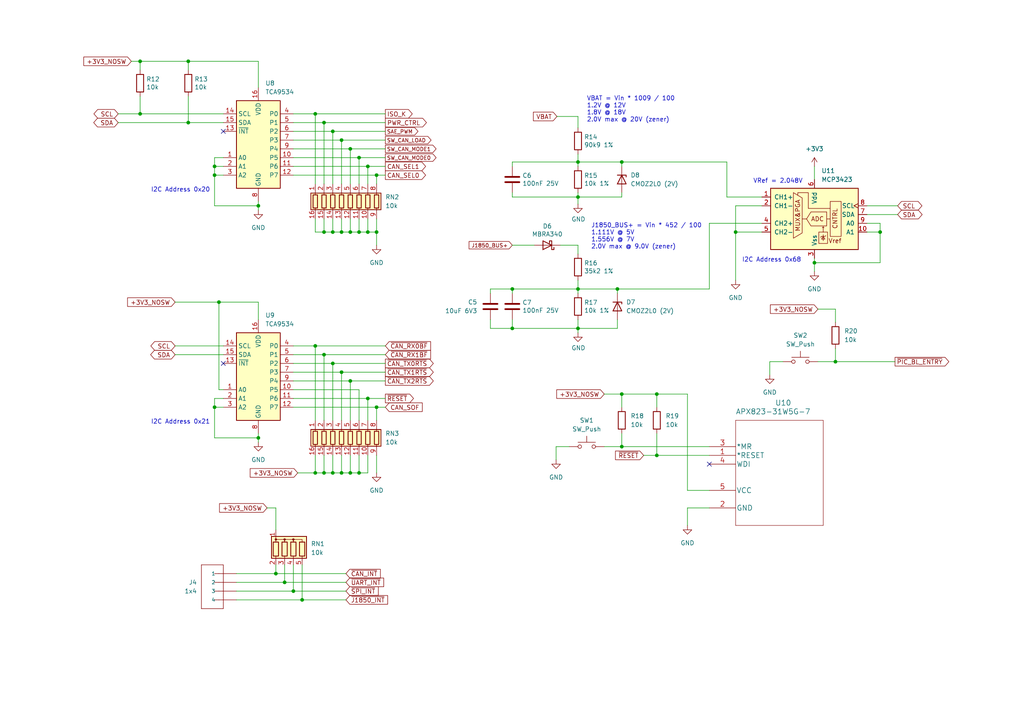
<source format=kicad_sch>
(kicad_sch (version 20211123) (generator eeschema)
  (paper "A4")
  (title_block (title "QWIIC OBDII Interface") (date "2023-01-03"))
  (lib_symbols
    (symbol "Analog_ADC:MCP3423" (pin_names (offset 1.016))
      (property "Reference" "U" (at -2.54 11.43 0))
      (property "Value" "MCP3423" (at -2.54 8.89 0))
      (symbol "MCP3423_0_0"
        (polyline (pts (xy -6.096 6.35) (xy -3.556 4.826) (xy -3.556 -5.334) (xy -6.096 -6.858) (xy -6.096 6.35)))
        (polyline (pts (xy 4.572 1.778) (xy -1.778 1.778) (xy -1.778 6.35) (xy -4.826 6.35) (xy -4.826 5.588)))
        (polyline (pts (xy 3.556 0.762) (xy 3.556 -3.302) (xy -1.016 -3.302) (xy -2.286 -1.27) (xy -1.016 0.762) (xy 3.556 0.762)))
        (text "ADC" (at 0.889 -1.27 0) (effects (font (size 1.27 1.27))))
        (text "CNTRL" (at 6.731 -4.191 900) (effects (font (size 1.27 1.27)) (justify left bottom)))
        (text "MUX&PGA" (at -4.826 -0.254 900) (effects (font (size 1.27 1.27))))
        (text "Vref" (at 5.969 -7.62 0) (effects (font (size 1.27 1.27))))
      )
      (symbol "MCP3423_0_1"
        (polyline (pts (xy -3.556 -1.27) (xy -2.286 -1.27)))
        (polyline (pts (xy 2.032 -6.35) (xy 1.778 -6.604)))
        (polyline (pts (xy 2.54 -5.842) (xy 2.54 -7.62)))
        (polyline (pts (xy 2.54 -3.556) (xy 2.794 -3.81)))
        (polyline (pts (xy 3.556 -1.27) (xy 4.572 -1.27)))
        (polyline (pts (xy 2.032 -6.35) (xy 3.048 -6.35) (xy 3.302 -6.096)))
        (polyline (pts (xy 2.54 -5.08) (xy 2.54 -3.556) (xy 2.286 -3.81)))
        (polyline (pts (xy 2.54 -6.35) (xy 2.032 -7.112) (xy 3.048 -7.112) (xy 2.54 -6.35)))
        (rectangle (start 1.27 -5.08) (end 3.81 -8.382))
        (rectangle (start 4.572 -6.35) (end 7.747 3.81))
        (rectangle (start 12.7 7.62) (end -12.7 -10.16) (stroke (width 0.254)) (fill (type background)))
      )
      (symbol "MCP3423_1_1"
        (pin input line (at -15.24 5.08 0) (length 2.54) (name "CH1+") (number "1"))
        (pin input line (at 15.24 -5.08 180) (length 2.54) (name "A1") (number "10"))
        (pin input line (at -15.24 2.54 0) (length 2.54) (name "CH1-") (number "2"))
        (pin power_in line (at 0 -12.7 90) (length 2.54) (name "Vss") (number "3"))
        (pin input line (at -15.24 -2.54 0) (length 2.54) (name "CH2+") (number "4"))
        (pin input line (at -15.24 -5.08 0) (length 2.54) (name "CH2-") (number "5"))
        (pin power_in line (at 0 10.16 270) (length 2.54) (name "Vdd") (number "6"))
        (pin bidirectional line (at 15.24 0 180) (length 2.54) (name "SDA") (number "7"))
        (pin input clock (at 15.24 2.54 180) (length 2.54) (name "SCL") (number "8"))
        (pin input line (at 15.24 -2.54 180) (length 2.54) (name "A0") (number "9"))
      )
    )
    (symbol "Device:C" (pin_numbers hide) (pin_names (offset 0.254))
      (property "Reference" "C" (at 0.635 2.54 0))
      (property "Value" "C" (at 0.635 -2.54 0))
      (symbol "C_0_1"
        (polyline (pts (xy -2.032 -0.762) (xy 2.032 -0.762)) (stroke (width 0.508)))
        (polyline (pts (xy -2.032 0.762) (xy 2.032 0.762)) (stroke (width 0.508)))
      )
      (symbol "C_1_1"
        (pin passive line (at 0 3.81 270) (length 2.794) (name "~") (number "1"))
        (pin passive line (at 0 -3.81 90) (length 2.794) (name "~") (number "2"))
      )
    )
    (symbol "Device:D_Zener" (pin_numbers hide) (pin_names (offset 1.016) hide)
      (property "Reference" "D" (at 0 2.54 0))
      (property "Value" "D_Zener" (at 0 -2.54 0))
      (symbol "D_Zener_0_1"
        (polyline (pts (xy 1.27 0) (xy -1.27 0)))
        (polyline (pts (xy -1.27 -1.27) (xy -1.27 1.27) (xy -0.762 1.27)) (stroke (width 0.254)))
        (polyline (pts (xy 1.27 -1.27) (xy 1.27 1.27) (xy -1.27 0) (xy 1.27 -1.27)) (stroke (width 0.254)))
      )
      (symbol "D_Zener_1_1"
        (pin passive line (at -3.81 0 0) (length 2.54) (name "K") (number "1"))
        (pin passive line (at 3.81 0 180) (length 2.54) (name "A") (number "2"))
      )
    )
    (symbol "Device:R" (pin_numbers hide) (pin_names (offset 0))
      (property "Reference" "R" (at 2.032 0 90))
      (property "Value" "R" (at 0 0 90))
      (symbol "R_0_1"
        (rectangle (start -1.016 -2.54) (end 1.016 2.54) (stroke (width 0.254)))
      )
      (symbol "R_1_1"
        (pin passive line (at 0 3.81 270) (length 1.27) (name "~") (number "1"))
        (pin passive line (at 0 -3.81 90) (length 1.27) (name "~") (number "2"))
      )
    )
    (symbol "Device:R_Network04" (pin_names (offset 0) hide)
      (property "Reference" "RN" (at -7.62 0 90))
      (property "Value" "R_Network04" (at 5.08 0 90))
      (symbol "R_Network04_0_1"
        (rectangle (start -6.35 -3.175) (end 3.81 3.175) (stroke (width 0.254)) (fill (type background)))
        (rectangle (start -5.842 1.524) (end -4.318 -2.54) (stroke (width 0.254)))
        (circle (center -5.08 2.286) (radius 0.254) (fill (type outline)))
        (rectangle (start -3.302 1.524) (end -1.778 -2.54) (stroke (width 0.254)))
        (circle (center -2.54 2.286) (radius 0.254) (fill (type outline)))
        (rectangle (start -0.762 1.524) (end 0.762 -2.54) (stroke (width 0.254)))
        (polyline (pts (xy -5.08 -2.54) (xy -5.08 -3.81)))
        (polyline (pts (xy -2.54 -2.54) (xy -2.54 -3.81)))
        (polyline (pts (xy 0 -2.54) (xy 0 -3.81)))
        (polyline (pts (xy 2.54 -2.54) (xy 2.54 -3.81)))
        (polyline (pts (xy -5.08 1.524) (xy -5.08 2.286) (xy -2.54 2.286) (xy -2.54 1.524)))
        (polyline (pts (xy -2.54 1.524) (xy -2.54 2.286) (xy 0 2.286) (xy 0 1.524)))
        (polyline (pts (xy 0 1.524) (xy 0 2.286) (xy 2.54 2.286) (xy 2.54 1.524)))
        (circle (center 0 2.286) (radius 0.254) (fill (type outline)))
        (rectangle (start 1.778 1.524) (end 3.302 -2.54) (stroke (width 0.254)))
      )
      (symbol "R_Network04_1_1"
        (pin passive line (at -5.08 5.08 270) (length 2.54) (name "common") (number "1"))
        (pin passive line (at -5.08 -5.08 90) (length 1.27) (name "R1") (number "2"))
        (pin passive line (at -2.54 -5.08 90) (length 1.27) (name "R2") (number "3"))
        (pin passive line (at 0 -5.08 90) (length 1.27) (name "R3") (number "4"))
        (pin passive line (at 2.54 -5.08 90) (length 1.27) (name "R4") (number "5"))
      )
    )
    (symbol "Device:R_Pack08" (pin_names (offset 0) hide)
      (property "Reference" "RN" (at -12.7 0 90))
      (property "Value" "R_Pack08" (at 10.16 0 90))
      (symbol "R_Pack08_0_1"
        (rectangle (start -11.43 -2.413) (end 8.89 2.413) (stroke (width 0.254)) (fill (type background)))
        (rectangle (start -10.795 1.905) (end -9.525 -1.905) (stroke (width 0.254)))
        (rectangle (start -8.255 1.905) (end -6.985 -1.905) (stroke (width 0.254)))
        (rectangle (start -5.715 1.905) (end -4.445 -1.905) (stroke (width 0.254)))
        (rectangle (start -3.175 1.905) (end -1.905 -1.905) (stroke (width 0.254)))
        (rectangle (start -0.635 1.905) (end 0.635 -1.905) (stroke (width 0.254)))
        (polyline (pts (xy -10.16 -2.54) (xy -10.16 -1.905)))
        (polyline (pts (xy -10.16 1.905) (xy -10.16 2.54)))
        (polyline (pts (xy -7.62 -2.54) (xy -7.62 -1.905)))
        (polyline (pts (xy -7.62 1.905) (xy -7.62 2.54)))
        (polyline (pts (xy -5.08 -2.54) (xy -5.08 -1.905)))
        (polyline (pts (xy -5.08 1.905) (xy -5.08 2.54)))
        (polyline (pts (xy -2.54 -2.54) (xy -2.54 -1.905)))
        (polyline (pts (xy -2.54 1.905) (xy -2.54 2.54)))
        (polyline (pts (xy 0 -2.54) (xy 0 -1.905)))
        (polyline (pts (xy 0 1.905) (xy 0 2.54)))
        (polyline (pts (xy 2.54 -2.54) (xy 2.54 -1.905)))
        (polyline (pts (xy 2.54 1.905) (xy 2.54 2.54)))
        (polyline (pts (xy 5.08 -2.54) (xy 5.08 -1.905)))
        (polyline (pts (xy 5.08 1.905) (xy 5.08 2.54)))
        (polyline (pts (xy 7.62 -2.54) (xy 7.62 -1.905)))
        (polyline (pts (xy 7.62 1.905) (xy 7.62 2.54)))
        (rectangle (start 1.905 1.905) (end 3.175 -1.905) (stroke (width 0.254)))
        (rectangle (start 4.445 1.905) (end 5.715 -1.905) (stroke (width 0.254)))
        (rectangle (start 6.985 1.905) (end 8.255 -1.905) (stroke (width 0.254)))
      )
      (symbol "R_Pack08_1_1"
        (pin passive line (at -10.16 -5.08 90) (length 2.54) (name "R1.1") (number "1"))
        (pin passive line (at 5.08 5.08 270) (length 2.54) (name "R7.2") (number "10"))
        (pin passive line (at 2.54 5.08 270) (length 2.54) (name "R6.2") (number "11"))
        (pin passive line (at 0 5.08 270) (length 2.54) (name "R5.2") (number "12"))
        (pin passive line (at -2.54 5.08 270) (length 2.54) (name "R4.2") (number "13"))
        (pin passive line (at -5.08 5.08 270) (length 2.54) (name "R3.2") (number "14"))
        (pin passive line (at -7.62 5.08 270) (length 2.54) (name "R2.2") (number "15"))
        (pin passive line (at -10.16 5.08 270) (length 2.54) (name "R1.2") (number "16"))
        (pin passive line (at -7.62 -5.08 90) (length 2.54) (name "R2.1") (number "2"))
        (pin passive line (at -5.08 -5.08 90) (length 2.54) (name "R3.1") (number "3"))
        (pin passive line (at -2.54 -5.08 90) (length 2.54) (name "R4.1") (number "4"))
        (pin passive line (at 0 -5.08 90) (length 2.54) (name "R5.1") (number "5"))
        (pin passive line (at 2.54 -5.08 90) (length 2.54) (name "R6.1") (number "6"))
        (pin passive line (at 5.08 -5.08 90) (length 2.54) (name "R7.1") (number "7"))
        (pin passive line (at 7.62 -5.08 90) (length 2.54) (name "R8.1") (number "8"))
        (pin passive line (at 7.62 5.08 270) (length 2.54) (name "R8.2") (number "9"))
      )
    )
    (symbol "Diode:MBRA340" (pin_numbers hide) (pin_names hide)
      (property "Reference" "D" (at 0 2.54 0))
      (property "Value" "MBRA340" (at 0 -2.54 0))
      (symbol "MBRA340_0_1"
        (polyline (pts (xy 1.27 0) (xy -1.27 0)))
        (polyline (pts (xy 1.27 1.27) (xy 1.27 -1.27) (xy -1.27 0) (xy 1.27 1.27)) (stroke (width 0.254)))
        (polyline (pts (xy -1.905 0.635) (xy -1.905 1.27) (xy -1.27 1.27) (xy -1.27 -1.27) (xy -0.635 -1.27) (xy -0.635 -0.635)) (stroke (width 0.254)))
      )
      (symbol "MBRA340_1_1"
        (pin passive line (at -3.81 0 0) (length 2.54) (name "K") (number "1"))
        (pin passive line (at 3.81 0 180) (length 2.54) (name "A") (number "2"))
      )
    )
    (symbol "Interface_Expansion:TCA9534"
      (property "Reference" "U" (at -6.35 12.7 0))
      (property "Value" "TCA9534" (at 2.54 12.7 0))
      (symbol "TCA9534_0_1"
        (rectangle (start -6.35 -13.97) (end 6.35 11.43) (stroke (width 0.254)) (fill (type background)))
      )
      (symbol "TCA9534_1_1"
        (pin input line (at -10.16 -5.08 0) (length 3.81) (name "A0") (number "1"))
        (pin bidirectional line (at 10.16 -5.08 180) (length 3.81) (name "P5") (number "10"))
        (pin bidirectional line (at 10.16 -7.62 180) (length 3.81) (name "P6") (number "11"))
        (pin bidirectional line (at 10.16 -10.16 180) (length 3.81) (name "P7") (number "12"))
        (pin open_collector line (at -10.16 2.54 0) (length 3.81) (name "~{INT}") (number "13"))
        (pin input line (at -10.16 7.62 0) (length 3.81) (name "SCL") (number "14"))
        (pin bidirectional line (at -10.16 5.08 0) (length 3.81) (name "SDA") (number "15"))
        (pin power_in line (at 0 15.24 270) (length 3.81) (name "VDD") (number "16"))
        (pin input line (at -10.16 -7.62 0) (length 3.81) (name "A1") (number "2"))
        (pin input line (at -10.16 -10.16 0) (length 3.81) (name "A2") (number "3"))
        (pin bidirectional line (at 10.16 7.62 180) (length 3.81) (name "P0") (number "4"))
        (pin bidirectional line (at 10.16 5.08 180) (length 3.81) (name "P1") (number "5"))
        (pin bidirectional line (at 10.16 2.54 180) (length 3.81) (name "P2") (number "6"))
        (pin bidirectional line (at 10.16 0 180) (length 3.81) (name "P3") (number "7"))
        (pin power_in line (at 0 -17.78 90) (length 3.81) (name "GND") (number "8"))
        (pin bidirectional line (at 10.16 -2.54 180) (length 3.81) (name "P4") (number "9"))
      )
    )
    (symbol "SparkFun-Connectors:M04JST-PTH" (pin_numbers hide) (pin_names (offset 1.016))
      (property "Reference" "J" (at -5.08 8.382 0))
      (property "Value" "M04JST-PTH" (at -5.08 -7.62 0))
      (symbol "M04JST-PTH_1_0"
        (polyline (pts (xy -5.08 7.62) (xy -5.08 -5.08)))
        (polyline (pts (xy -5.08 7.62) (xy 1.27 7.62)))
        (polyline (pts (xy -1.27 -2.54) (xy 0 -2.54)))
        (polyline (pts (xy -1.27 0) (xy 0 0)))
        (polyline (pts (xy -1.27 2.54) (xy 0 2.54)))
        (polyline (pts (xy -1.27 5.08) (xy 0 5.08)))
        (polyline (pts (xy 1.27 -5.08) (xy -5.08 -5.08)))
        (polyline (pts (xy 1.27 -5.08) (xy 1.27 7.62)))
      )
      (symbol "M04JST-PTH_1_1"
        (pin passive line (at 5.08 -2.54 180) (length 5.08) (name "1") (number "1"))
        (pin passive line (at 5.08 0 180) (length 5.08) (name "2") (number "2"))
        (pin passive line (at 5.08 2.54 180) (length 5.08) (name "3") (number "3"))
        (pin passive line (at 5.08 5.08 180) (length 5.08) (name "4") (number "4"))
      )
    )
    (symbol "Switch:SW_Push" (pin_numbers hide) (pin_names (offset 1.016) hide)
      (property "Reference" "SW" (at 1.27 2.54 0))
      (property "Value" "SW_Push" (at 0 -1.524 0))
      (symbol "SW_Push_0_1"
        (circle (center -2.032 0) (radius 0.508))
        (polyline (pts (xy 0 1.27) (xy 0 3.048)))
        (polyline (pts (xy 2.54 1.27) (xy -2.54 1.27)))
        (circle (center 2.032 0) (radius 0.508))
        (pin passive line (at -5.08 0 0) (length 2.54) (name "1") (number "1"))
        (pin passive line (at 5.08 0 180) (length 2.54) (name "2") (number "2"))
      )
    )
    (symbol "UltraLibrarian:ADM6320BX33ARJZ-R7" (pin_names (offset 0.254))
      (property "Reference" "U" (at 20.32 12.7 0))
      (property "Value" "ADM6320BX33ARJZ-R7" (at 20.32 10.16 0))
      (symbol "ADM6320BX33ARJZ-R7_1_1"
        (polyline (pts (xy 7.62 -22.86) (xy 33.02 -22.86)) (stroke (width 0.127)))
        (polyline (pts (xy 7.62 7.62) (xy 7.62 -22.86)) (stroke (width 0.127)))
        (polyline (pts (xy 33.02 -22.86) (xy 33.02 7.62)) (stroke (width 0.127)))
        (polyline (pts (xy 33.02 7.62) (xy 7.62 7.62)) (stroke (width 0.127)))
        (pin unspecified line (at 0 -2.54 0) (length 7.62) (name "*RESET") (number "1"))
        (pin unspecified line (at 0 -17.78 0) (length 7.62) (name "GND") (number "2"))
        (pin unspecified line (at 0 0 0) (length 7.62) (name "*MR") (number "3"))
        (pin unspecified line (at 0 -5.08 0) (length 7.62) (name "WDI") (number "4"))
        (pin unspecified line (at 0 -12.7 0) (length 7.62) (name "VCC") (number "5"))
      )
    )
    (symbol "power:+3V3" (power) (pin_names (offset 0))
      (property "Value" "+3V3" (at 0 3.556 0))
      (symbol "+3V3_0_1"
        (polyline (pts (xy -0.762 1.27) (xy 0 2.54)))
        (polyline (pts (xy 0 0) (xy 0 2.54)))
        (polyline (pts (xy 0 2.54) (xy 0.762 1.27)))
      )
      (symbol "+3V3_1_1"
        (pin power_in line (at 0 0 90) (length 0) hide (name "+3V3") (number "1"))
      )
    )
    (symbol "power:GND" (power) (pin_names (offset 0))
      (property "Value" "GND" (at 0 -3.81 0))
      (symbol "GND_0_1"
        (polyline (pts (xy 0 0) (xy 0 -1.27) (xy 1.27 -1.27) (xy 0 -2.54) (xy -1.27 -1.27) (xy 0 -1.27)))
      )
      (symbol "GND_1_1"
        (pin power_in line (at 0 0 270) (length 0) hide (name "GND") (number "1"))
      )
    )
  )
  (junction (at 236.22 76.2))
  (junction (at 91.44 100.33))
  (junction (at 54.61 17.78))
  (junction (at 93.98 137.16))
  (junction (at 180.34 46.99))
  (junction (at 106.68 48.26))
  (junction (at 255.27 67.31))
  (junction (at 99.06 137.16))
  (junction (at 99.06 40.64))
  (junction (at 62.23 48.26))
  (junction (at 40.64 33.02))
  (junction (at 74.93 127))
  (junction (at 99.06 67.31))
  (junction (at 40.64 17.78))
  (junction (at 101.6 110.49))
  (junction (at 99.06 107.95))
  (junction (at 109.22 118.11))
  (junction (at 82.55 168.91))
  (junction (at 101.6 67.31))
  (junction (at 96.52 67.31))
  (junction (at 62.23 50.8))
  (junction (at 109.22 50.8))
  (junction (at 167.64 83.82))
  (junction (at 180.34 114.3))
  (junction (at 80.01 166.37))
  (junction (at 148.59 83.82))
  (junction (at 213.36 67.31))
  (junction (at 101.6 43.18))
  (junction (at 74.93 59.69))
  (junction (at 104.14 137.16))
  (junction (at 85.09 171.45))
  (junction (at 148.59 95.25))
  (junction (at 104.14 45.72))
  (junction (at 93.98 35.56))
  (junction (at 190.5 132.08))
  (junction (at 106.68 67.31))
  (junction (at 87.63 173.99))
  (junction (at 96.52 38.1))
  (junction (at 54.61 35.56))
  (junction (at 190.5 114.3))
  (junction (at 104.14 67.31))
  (junction (at 91.44 137.16))
  (junction (at 96.52 105.41))
  (junction (at 63.5 87.63))
  (junction (at 106.68 115.57))
  (junction (at 96.52 137.16))
  (junction (at 62.23 118.11))
  (junction (at 93.98 67.31))
  (junction (at 179.07 83.82))
  (junction (at 93.98 102.87))
  (junction (at 180.34 129.54))
  (junction (at 167.64 46.99))
  (junction (at 242.316 104.902))
  (junction (at 101.6 137.16))
  (junction (at 167.64 57.15))
  (junction (at 109.22 67.31))
  (junction (at 91.44 33.02))
  (junction (at 167.64 95.25))
  (no_connect (at 64.77 38.1))
  (no_connect (at 205.74 134.62))
  (no_connect (at 64.77 105.41))
  (wire (pts (xy 106.68 115.57) (xy 106.68 121.92)))
  (wire (pts (xy 64.77 45.72) (xy 62.23 45.72)))
  (wire (pts (xy 167.64 57.15) (xy 180.34 57.15)))
  (wire (pts (xy 106.68 48.26) (xy 111.76 48.26)))
  (wire (pts (xy 101.6 67.31) (xy 104.14 67.31)))
  (wire (pts (xy 96.52 63.5) (xy 96.52 67.31)))
  (wire (pts (xy 190.5 118.11) (xy 190.5 114.3)))
  (wire (pts (xy 161.29 133.35) (xy 161.29 129.54)))
  (wire (pts (xy 167.64 83.82) (xy 179.07 83.82)))
  (wire (pts (xy 205.74 129.54) (xy 180.34 129.54)))
  (wire (pts (xy 162.56 71.12) (xy 167.64 71.12)))
  (wire (pts (xy 167.64 46.99) (xy 180.34 46.99)))
  (wire (pts (xy 223.266 108.712) (xy 223.266 104.902)))
  (wire (pts (xy 109.22 132.08) (xy 109.22 137.16)))
  (wire (pts (xy 87.63 163.83) (xy 87.63 173.99)))
  (wire (pts (xy 104.14 137.16) (xy 106.68 137.16)))
  (wire (pts (xy 223.266 104.902) (xy 227.076 104.902)))
  (wire (pts (xy 93.98 67.31) (xy 96.52 67.31)))
  (wire (pts (xy 148.59 71.12) (xy 154.94 71.12)))
  (wire (pts (xy 96.52 137.16) (xy 99.06 137.16)))
  (wire (pts (xy 85.09 105.41) (xy 96.52 105.41)))
  (wire (pts (xy 101.6 110.49) (xy 111.76 110.49)))
  (wire (pts (xy 106.68 137.16) (xy 106.68 132.08)))
  (wire (pts (xy 167.64 33.782) (xy 167.64 37.084)))
  (wire (pts (xy 40.64 33.02) (xy 64.77 33.02)))
  (wire (pts (xy 148.59 55.88) (xy 148.59 57.15)))
  (wire (pts (xy 99.06 107.95) (xy 111.76 107.95)))
  (wire (pts (xy 101.6 43.18) (xy 101.6 53.34)))
  (wire (pts (xy 142.24 85.09) (xy 142.24 83.82)))
  (wire (pts (xy 91.44 33.02) (xy 111.76 33.02)))
  (wire (pts (xy 99.06 63.5) (xy 99.06 67.31)))
  (wire (pts (xy 62.23 115.57) (xy 64.77 115.57)))
  (wire (pts (xy 101.6 110.49) (xy 101.6 121.92)))
  (wire (pts (xy 99.06 40.64) (xy 99.06 53.34)))
  (wire (pts (xy 251.46 59.69) (xy 260.35 59.69)))
  (wire (pts (xy 210.82 57.15) (xy 220.98 57.15)))
  (wire (pts (xy 34.29 33.02) (xy 40.64 33.02)))
  (wire (pts (xy 236.22 74.93) (xy 236.22 76.2)))
  (wire (pts (xy 38.1 17.78) (xy 40.64 17.78)))
  (wire (pts (xy 99.06 67.31) (xy 101.6 67.31)))
  (wire (pts (xy 96.52 67.31) (xy 99.06 67.31)))
  (wire (pts (xy 62.23 127) (xy 74.93 127)))
  (wire (pts (xy 87.63 173.99) (xy 100.33 173.99)))
  (wire (pts (xy 106.68 63.5) (xy 106.68 67.31)))
  (wire (pts (xy 179.07 95.25) (xy 179.07 92.71)))
  (wire (pts (xy 54.61 27.94) (xy 54.61 35.56)))
  (wire (pts (xy 77.47 147.32) (xy 80.01 147.32)))
  (wire (pts (xy 175.26 129.54) (xy 180.34 129.54)))
  (wire (pts (xy 142.24 95.25) (xy 148.59 95.25)))
  (wire (pts (xy 242.316 104.902) (xy 259.588 104.902)))
  (wire (pts (xy 255.27 67.31) (xy 255.27 76.2)))
  (wire (pts (xy 205.74 147.32) (xy 199.39 147.32)))
  (wire (pts (xy 251.46 64.77) (xy 255.27 64.77)))
  (wire (pts (xy 80.01 166.37) (xy 100.33 166.37)))
  (wire (pts (xy 54.61 35.56) (xy 64.77 35.56)))
  (wire (pts (xy 91.44 67.31) (xy 93.98 67.31)))
  (wire (pts (xy 91.44 132.08) (xy 91.44 137.16)))
  (wire (pts (xy 91.44 100.33) (xy 91.44 121.92)))
  (wire (pts (xy 104.14 63.5) (xy 104.14 67.31)))
  (wire (pts (xy 179.07 83.82) (xy 205.74 83.82)))
  (wire (pts (xy 101.6 43.18) (xy 111.76 43.18)))
  (wire (pts (xy 179.07 83.82) (xy 179.07 85.09)))
  (wire (pts (xy 93.98 137.16) (xy 96.52 137.16)))
  (wire (pts (xy 80.01 163.83) (xy 80.01 166.37)))
  (wire (pts (xy 99.06 137.16) (xy 101.6 137.16)))
  (wire (pts (xy 63.5 87.63) (xy 74.93 87.63)))
  (wire (pts (xy 34.29 35.56) (xy 54.61 35.56)))
  (wire (pts (xy 85.09 118.11) (xy 109.22 118.11)))
  (wire (pts (xy 85.09 43.18) (xy 101.6 43.18)))
  (wire (pts (xy 199.39 142.24) (xy 205.74 142.24)))
  (wire (pts (xy 213.36 59.69) (xy 220.98 59.69)))
  (wire (pts (xy 74.93 127) (xy 74.93 128.27)))
  (wire (pts (xy 210.82 46.99) (xy 210.82 57.15)))
  (wire (pts (xy 101.6 132.08) (xy 101.6 137.16)))
  (wire (pts (xy 180.34 129.54) (xy 180.34 125.73)))
  (wire (pts (xy 190.5 114.3) (xy 199.39 114.3)))
  (wire (pts (xy 93.98 63.5) (xy 93.98 67.31)))
  (wire (pts (xy 101.6 63.5) (xy 101.6 67.31)))
  (wire (pts (xy 109.22 118.11) (xy 111.76 118.11)))
  (wire (pts (xy 85.09 115.57) (xy 106.68 115.57)))
  (wire (pts (xy 167.64 57.15) (xy 167.64 59.182)))
  (wire (pts (xy 93.98 102.87) (xy 93.98 121.92)))
  (wire (pts (xy 101.6 137.16) (xy 104.14 137.16)))
  (wire (pts (xy 205.74 64.77) (xy 220.98 64.77)))
  (wire (pts (xy 167.64 57.15) (xy 167.64 55.88)))
  (wire (pts (xy 85.09 110.49) (xy 101.6 110.49)))
  (wire (pts (xy 40.64 27.94) (xy 40.64 33.02)))
  (wire (pts (xy 74.93 58.42) (xy 74.93 59.69)))
  (wire (pts (xy 186.69 132.08) (xy 190.5 132.08)))
  (wire (pts (xy 64.77 113.03) (xy 63.5 113.03)))
  (wire (pts (xy 96.52 105.41) (xy 96.52 121.92)))
  (wire (pts (xy 109.22 50.8) (xy 109.22 53.34)))
  (wire (pts (xy 96.52 132.08) (xy 96.52 137.16)))
  (wire (pts (xy 109.22 118.11) (xy 109.22 121.92)))
  (wire (pts (xy 93.98 132.08) (xy 93.98 137.16)))
  (wire (pts (xy 180.34 46.99) (xy 180.34 48.26)))
  (wire (pts (xy 242.316 89.662) (xy 242.316 93.472)))
  (wire (pts (xy 106.68 115.57) (xy 111.76 115.57)))
  (wire (pts (xy 62.23 50.8) (xy 64.77 50.8)))
  (wire (pts (xy 99.06 107.95) (xy 99.06 121.92)))
  (wire (pts (xy 205.74 132.08) (xy 190.5 132.08)))
  (wire (pts (xy 85.09 48.26) (xy 106.68 48.26)))
  (wire (pts (xy 236.22 48.26) (xy 236.22 52.07)))
  (wire (pts (xy 104.14 45.72) (xy 104.14 53.34)))
  (wire (pts (xy 50.8 102.87) (xy 64.77 102.87)))
  (wire (pts (xy 68.58 173.99) (xy 87.63 173.99)))
  (wire (pts (xy 80.01 147.32) (xy 80.01 153.67)))
  (wire (pts (xy 237.236 89.662) (xy 242.316 89.662)))
  (wire (pts (xy 109.22 63.5) (xy 109.22 67.31)))
  (wire (pts (xy 85.09 163.83) (xy 85.09 171.45)))
  (wire (pts (xy 93.98 35.56) (xy 111.76 35.56)))
  (wire (pts (xy 142.24 83.82) (xy 148.59 83.82)))
  (wire (pts (xy 236.22 76.2) (xy 236.22 78.74)))
  (wire (pts (xy 68.58 168.91) (xy 82.55 168.91)))
  (wire (pts (xy 148.59 48.26) (xy 148.59 46.99)))
  (wire (pts (xy 85.09 33.02) (xy 91.44 33.02)))
  (wire (pts (xy 190.5 114.3) (xy 180.34 114.3)))
  (wire (pts (xy 175.26 114.3) (xy 180.34 114.3)))
  (wire (pts (xy 85.09 40.64) (xy 99.06 40.64)))
  (wire (pts (xy 91.44 33.02) (xy 91.44 53.34)))
  (wire (pts (xy 96.52 38.1) (xy 111.76 38.1)))
  (wire (pts (xy 91.44 100.33) (xy 111.76 100.33)))
  (wire (pts (xy 242.316 104.902) (xy 242.316 101.092)))
  (wire (pts (xy 167.64 44.704) (xy 167.64 46.99)))
  (wire (pts (xy 213.36 67.31) (xy 213.36 59.69)))
  (wire (pts (xy 62.23 118.11) (xy 62.23 127)))
  (wire (pts (xy 62.23 45.72) (xy 62.23 48.26)))
  (wire (pts (xy 62.23 59.69) (xy 74.93 59.69)))
  (wire (pts (xy 85.09 35.56) (xy 93.98 35.56)))
  (wire (pts (xy 251.46 67.31) (xy 255.27 67.31)))
  (wire (pts (xy 167.64 95.25) (xy 167.64 96.52)))
  (wire (pts (xy 104.14 113.03) (xy 104.14 121.92)))
  (wire (pts (xy 190.5 125.73) (xy 190.5 132.08)))
  (wire (pts (xy 167.64 48.26) (xy 167.64 46.99)))
  (wire (pts (xy 62.23 118.11) (xy 64.77 118.11)))
  (wire (pts (xy 85.09 113.03) (xy 104.14 113.03)))
  (wire (pts (xy 85.09 107.95) (xy 99.06 107.95)))
  (wire (pts (xy 213.36 81.28) (xy 213.36 67.31)))
  (wire (pts (xy 148.59 92.71) (xy 148.59 95.25)))
  (wire (pts (xy 148.59 83.82) (xy 167.64 83.82)))
  (wire (pts (xy 74.93 59.69) (xy 74.93 60.96)))
  (wire (pts (xy 82.55 163.83) (xy 82.55 168.91)))
  (wire (pts (xy 40.64 20.32) (xy 40.64 17.78)))
  (wire (pts (xy 91.44 63.5) (xy 91.44 67.31)))
  (wire (pts (xy 86.36 137.16) (xy 91.44 137.16)))
  (wire (pts (xy 205.74 64.77) (xy 205.74 83.82)))
  (wire (pts (xy 106.68 67.31) (xy 109.22 67.31)))
  (wire (pts (xy 74.93 17.78) (xy 74.93 25.4)))
  (wire (pts (xy 85.09 171.45) (xy 100.33 171.45)))
  (wire (pts (xy 167.64 95.25) (xy 179.07 95.25)))
  (wire (pts (xy 148.59 57.15) (xy 167.64 57.15)))
  (wire (pts (xy 109.22 67.31) (xy 109.22 71.12)))
  (wire (pts (xy 68.58 166.37) (xy 80.01 166.37)))
  (wire (pts (xy 180.34 114.3) (xy 180.34 118.11)))
  (wire (pts (xy 99.06 40.64) (xy 111.76 40.64)))
  (wire (pts (xy 213.36 67.31) (xy 220.98 67.31)))
  (wire (pts (xy 161.29 129.54) (xy 165.1 129.54)))
  (wire (pts (xy 199.39 147.32) (xy 199.39 152.4)))
  (wire (pts (xy 62.23 48.26) (xy 64.77 48.26)))
  (wire (pts (xy 50.8 100.33) (xy 64.77 100.33)))
  (wire (pts (xy 93.98 53.34) (xy 93.98 35.56)))
  (wire (pts (xy 148.59 95.25) (xy 167.64 95.25)))
  (wire (pts (xy 180.34 57.15) (xy 180.34 55.88)))
  (wire (pts (xy 74.93 125.73) (xy 74.93 127)))
  (wire (pts (xy 167.64 92.71) (xy 167.64 95.25)))
  (wire (pts (xy 104.14 45.72) (xy 111.76 45.72)))
  (wire (pts (xy 82.55 168.91) (xy 100.33 168.91)))
  (wire (pts (xy 161.544 33.782) (xy 167.64 33.782)))
  (wire (pts (xy 40.64 17.78) (xy 54.61 17.78)))
  (wire (pts (xy 167.64 83.82) (xy 167.64 85.09)))
  (wire (pts (xy 99.06 132.08) (xy 99.06 137.16)))
  (wire (pts (xy 148.59 46.99) (xy 167.64 46.99)))
  (wire (pts (xy 93.98 102.87) (xy 111.76 102.87)))
  (wire (pts (xy 63.5 87.63) (xy 63.5 113.03)))
  (wire (pts (xy 104.14 132.08) (xy 104.14 137.16)))
  (wire (pts (xy 62.23 115.57) (xy 62.23 118.11)))
  (wire (pts (xy 109.22 50.8) (xy 111.76 50.8)))
  (wire (pts (xy 68.58 171.45) (xy 85.09 171.45)))
  (wire (pts (xy 91.44 137.16) (xy 93.98 137.16)))
  (wire (pts (xy 106.68 48.26) (xy 106.68 53.34)))
  (wire (pts (xy 180.34 46.99) (xy 210.82 46.99)))
  (wire (pts (xy 85.09 100.33) (xy 91.44 100.33)))
  (wire (pts (xy 255.27 76.2) (xy 236.22 76.2)))
  (wire (pts (xy 62.23 50.8) (xy 62.23 59.69)))
  (wire (pts (xy 255.27 64.77) (xy 255.27 67.31)))
  (wire (pts (xy 142.24 92.71) (xy 142.24 95.25)))
  (wire (pts (xy 104.14 67.31) (xy 106.68 67.31)))
  (wire (pts (xy 74.93 87.63) (xy 74.93 92.71)))
  (wire (pts (xy 199.39 114.3) (xy 199.39 142.24)))
  (wire (pts (xy 148.59 85.09) (xy 148.59 83.82)))
  (wire (pts (xy 251.46 62.23) (xy 260.35 62.23)))
  (wire (pts (xy 85.09 50.8) (xy 109.22 50.8)))
  (wire (pts (xy 237.236 104.902) (xy 242.316 104.902)))
  (wire (pts (xy 167.64 71.12) (xy 167.64 73.66)))
  (wire (pts (xy 54.61 17.78) (xy 54.61 20.32)))
  (wire (pts (xy 167.64 81.28) (xy 167.64 83.82)))
  (wire (pts (xy 85.09 38.1) (xy 96.52 38.1)))
  (wire (pts (xy 50.8 87.63) (xy 63.5 87.63)))
  (wire (pts (xy 96.52 105.41) (xy 111.76 105.41)))
  (wire (pts (xy 85.09 102.87) (xy 93.98 102.87)))
  (wire (pts (xy 96.52 38.1) (xy 96.52 53.34)))
  (wire (pts (xy 54.61 17.78) (xy 74.93 17.78)))
  (wire (pts (xy 62.23 48.26) (xy 62.23 50.8)))
  (wire (pts (xy 85.09 45.72) (xy 104.14 45.72)))
  (text "J1850_BUS+ = Vin * 452 / 100\n1.111V @ 5V\n1.556V @ 7V\n2.0V max @ 9.0V (zener)\n" (at 171.45 72.39 0) (effects (font (size 1.27 1.27)) (justify left bottom)))
  (text "I2C Address 0x68" (at 232.41 76.2 180) (effects (font (size 1.27 1.27)) (justify right bottom)))
  (text "I2C Address 0x21" (at 60.96 123.19 180) (effects (font (size 1.27 1.27)) (justify right bottom)))
  (text "VRef = 2.048V" (at 218.44 53.34 0) (effects (font (size 1.27 1.27)) (justify left bottom)))
  (text "I2C Address 0x20" (at 60.96 55.88 180) (effects (font (size 1.27 1.27)) (justify right bottom)))
  (text "VBAT = Vin * 1009 / 100\n1.2V @ 12V\n1.8V @ 18V\n2.0V max @ 20V (zener) " (at 170.18 35.56 0) (effects (font (size 1.27 1.27)) (justify left bottom)))
  (global_label "+3V3_NOSW" (shape input) (at 86.36 137.16 180) (property "Intersheet References" "${INTERSHEET_REFS}" (effects hide)))
  (global_label "+3V3_NOSW" (shape input) (at 175.26 114.3 180) (property "Intersheet References" "${INTERSHEET_REFS}" (effects hide)))
  (global_label "~{CAN_TX2RTS}" (shape output) (at 111.76 110.49 0) (property "Intersheet References" "${INTERSHEET_REFS}" (effects hide)))
  (global_label "CAN_SEL1" (shape output) (at 111.76 48.26 0) (property "Intersheet References" "${INTERSHEET_REFS}" (effects hide)))
  (global_label "+3V3_NOSW" (shape input) (at 77.47 147.32 180) (property "Intersheet References" "${INTERSHEET_REFS}" (effects hide)))
  (global_label "SCL" (shape bidirectional) (at 50.8 100.33 180) (property "Intersheet References" "${INTERSHEET_REFS}" (effects hide)))
  (global_label "~{PIC_BL_ENTRY}" (shape output) (at 259.588 104.902 0) (property "Intersheet References" "${INTERSHEET_REFS}" (effects hide)))
  (global_label "CAN_SEL0" (shape output) (at 111.76 50.8 0) (property "Intersheet References" "${INTERSHEET_REFS}" (effects hide)))
  (global_label "+3V3_NOSW" (shape input) (at 237.236 89.662 180) (property "Intersheet References" "${INTERSHEET_REFS}" (effects hide)))
  (global_label "SW_CAN_LOAD" (shape output) (at 111.76 40.64 0) (effects (font (size 1.0922 1.0922))) (property "Intersheet References" "${INTERSHEET_REFS}" (effects hide)))
  (global_label "~{CAN_TX0RTS}" (shape output) (at 111.76 105.41 0) (property "Intersheet References" "${INTERSHEET_REFS}" (effects hide)))
  (global_label "ISO_K" (shape output) (at 111.76 33.02 0) (property "Intersheet References" "${INTERSHEET_REFS}" (effects hide)))
  (global_label "~{RESET}" (shape output) (at 111.76 115.57 0) (property "Intersheet References" "${INTERSHEET_REFS}" (effects hide)))
  (global_label "~{CAN_RX1BF}" (shape input) (at 111.76 102.87 0) (property "Intersheet References" "${INTERSHEET_REFS}" (effects hide)))
  (global_label "VBAT" (shape input) (at 161.544 33.782 180) (property "Intersheet References" "${INTERSHEET_REFS}" (effects hide)))
  (global_label "~{SPI_INT}" (shape input) (at 100.33 171.45 0) (property "Intersheet References" "${INTERSHEET_REFS}" (effects hide)))
  (global_label "+3V3_NOSW" (shape input) (at 38.1 17.78 180) (property "Intersheet References" "${INTERSHEET_REFS}" (effects hide)))
  (global_label "CAN_SOF" (shape input) (at 111.76 118.11 0) (property "Intersheet References" "${INTERSHEET_REFS}" (effects hide)))
  (global_label "~{RESET}" (shape input) (at 186.69 132.08 180) (property "Intersheet References" "${INTERSHEET_REFS}" (effects hide)))
  (global_label "+3V3_NOSW" (shape input) (at 50.8 87.63 180) (property "Intersheet References" "${INTERSHEET_REFS}" (effects hide)))
  (global_label "~{UART_INT}" (shape input) (at 100.33 168.91 0) (property "Intersheet References" "${INTERSHEET_REFS}" (effects hide)))
  (global_label "J1850_BUS+" (shape input) (at 148.59 71.12 180) (effects (font (size 1.0922 1.0922))) (property "Intersheet References" "${INTERSHEET_REFS}" (effects hide)))
  (global_label "SAE_PWM" (shape output) (at 111.76 38.1 0) (effects (font (size 1.0922 1.0922))) (property "Intersheet References" "${INTERSHEET_REFS}" (effects hide)))
  (global_label "PWR_CTRL" (shape output) (at 111.76 35.56 0) (property "Intersheet References" "${INTERSHEET_REFS}" (effects hide)))
  (global_label "SCL" (shape bidirectional) (at 34.29 33.02 180) (property "Intersheet References" "${INTERSHEET_REFS}" (effects hide)))
  (global_label "SDA" (shape bidirectional) (at 50.8 102.87 180) (property "Intersheet References" "${INTERSHEET_REFS}" (effects hide)))
  (global_label "SCL" (shape bidirectional) (at 260.35 59.69 0) (property "Intersheet References" "${INTERSHEET_REFS}" (effects hide)))
  (global_label "~{CAN_TX1RTS}" (shape output) (at 111.76 107.95 0) (property "Intersheet References" "${INTERSHEET_REFS}" (effects hide)))
  (global_label "~{J1850_INT}" (shape input) (at 100.33 173.99 0) (property "Intersheet References" "${INTERSHEET_REFS}" (effects hide)))
  (global_label "~{CAN_RX0BF}" (shape input) (at 111.76 100.33 0) (property "Intersheet References" "${INTERSHEET_REFS}" (effects hide)))
  (global_label "SDA" (shape bidirectional) (at 260.35 62.23 0) (property "Intersheet References" "${INTERSHEET_REFS}" (effects hide)))
  (global_label "SW_CAN_MODE1" (shape output) (at 111.76 43.18 0) (effects (font (size 1.0922 1.0922))) (property "Intersheet References" "${INTERSHEET_REFS}" (effects hide)))
  (global_label "~{CAN_INT}" (shape input) (at 100.33 166.37 0) (property "Intersheet References" "${INTERSHEET_REFS}" (effects hide)))
  (global_label "SW_CAN_MODE0" (shape output) (at 111.76 45.72 0) (effects (font (size 1.0922 1.0922))) (property "Intersheet References" "${INTERSHEET_REFS}" (effects hide)))
  (global_label "SDA" (shape bidirectional) (at 34.29 35.56 180) (property "Intersheet References" "${INTERSHEET_REFS}" (effects hide)))
  (symbol (lib_id "Device:R") (at 190.5 121.92 0) (unit 1)
    (property "Reference" "R19" (at 193.04 120.6499 0) (effects (justify left)))
    (property "Value" "10k" (at 193.04 123.1899 0) (effects (justify left)))
    (property "Footprint" "Resistor_SMD:R_0805_2012Metric_Pad1.20x1.40mm_HandSolder" (effects hide))
  )
  (symbol (lib_id "power:GND") (at 167.64 59.182 0) (unit 1)
    (property "Reference" "#PWR030" (effects hide))
    (property "Value" "GND" (at 167.767 63.5762 0))
  )
  (symbol (lib_id "Device:R") (at 54.61 24.13 0) (unit 1)
    (property "Reference" "R13" (at 56.388 22.9616 0) (effects (justify left)))
    (property "Value" "10k" (at 56.388 25.273 0) (effects (justify left)))
    (property "Footprint" "Resistor_SMD:R_0805_2012Metric_Pad1.20x1.40mm_HandSolder" (effects hide))
  )
  (symbol (lib_id "Switch:SW_Push") (at 170.18 129.54 0) (unit 1)
    (property "Reference" "SW1" (at 170.18 121.92 0))
    (property "Value" "SW_Push" (at 170.18 124.46 0))
    (property "Footprint" "Button_Switch_THT:SW_PUSH_6mm" (effects hide))
  )
  (symbol (lib_id "Device:R") (at 167.64 88.9 0) (unit 1)
    (property "Reference" "R17" (at 169.418 87.7316 0) (effects (justify left)))
    (property "Value" "10k 1%" (at 169.418 90.043 0) (effects (justify left)))
    (property "Footprint" "Resistor_SMD:R_0805_2012Metric_Pad1.20x1.40mm_HandSolder" (effects hide))
  )
  (symbol (lib_id "power:GND") (at 199.39 152.4 0) (unit 1)
    (property "Reference" "#PWR032" (effects hide))
    (property "Value" "GND" (at 199.39 157.48 0))
  )
  (symbol (lib_id "Device:C") (at 148.59 52.07 0) (unit 1)
    (property "Reference" "C6" (at 151.511 50.9016 0) (effects (justify left)))
    (property "Value" "100nF 25V" (at 151.511 53.213 0) (effects (justify left)))
    (property "Footprint" "Capacitor_SMD:C_0805_2012Metric_Pad1.18x1.45mm_HandSolder" (effects hide))
  )
  (symbol (lib_id "Device:R_Pack08") (at 101.6 127 0) (mirror x) (unit 1)
    (property "Reference" "RN3" (at 111.76 125.7299 0) (effects (justify left)))
    (property "Value" "10k" (at 111.76 128.2699 0) (effects (justify left)))
    (property "Footprint" "UltraLibrarian:742C163103JP" (effects hide))
  )
  (symbol (lib_id "Device:R") (at 167.64 52.07 0) (unit 1)
    (property "Reference" "R15" (at 169.418 50.9016 0) (effects (justify left)))
    (property "Value" "10k 1%" (at 169.418 53.213 0) (effects (justify left)))
    (property "Footprint" "Resistor_SMD:R_0805_2012Metric_Pad1.20x1.40mm_HandSolder" (effects hide))
  )
  (symbol (lib_id "Device:D_Zener") (at 180.34 52.07 270) (unit 1)
    (property "Reference" "D8" (at 182.88 50.7999 90) (effects (justify left)))
    (property "Value" "CMOZ2L0 (2V)" (at 182.88 53.3399 90) (effects (justify left)))
    (property "Footprint" "Diode_SMD:D_SOD-523" (effects hide))
  )
  (symbol (lib_id "power:GND") (at 223.266 108.712 0) (unit 1)
    (property "Reference" "#PWR034" (effects hide))
    (property "Value" "GND" (at 223.266 113.792 0))
  )
  (symbol (lib_id "Interface_Expansion:TCA9534") (at 74.93 107.95 0) (unit 1)
    (property "Reference" "U9" (at 76.9494 91.44 0) (effects (justify left)))
    (property "Value" "TCA9534" (at 76.9494 93.98 0) (effects (justify left)))
    (property "Footprint" "Package_SO:TSSOP-16_4.4x5mm_P0.65mm" (effects hide))
    (property "Datasheet" "http://www.ti.com/lit/ds/symlink/tca9534.pdf" (effects hide))
  )
  (symbol (lib_id "Analog_ADC:MCP3423") (at 236.22 62.23 0) (unit 1)
    (property "Reference" "U11" (at 238.2394 49.53 0) (effects (justify left)))
    (property "Value" "MCP3423" (at 238.2394 52.07 0) (effects (justify left)))
    (property "Footprint" "Package_SO:MSOP-10_3x3mm_P0.5mm" (effects hide))
    (property "Datasheet" "http://ww1.microchip.com/downloads/en/DeviceDoc/22088c.pdf" (effects hide))
  )
  (symbol (lib_id "Interface_Expansion:TCA9534") (at 74.93 40.64 0) (unit 1)
    (property "Reference" "U8" (at 76.9494 24.13 0) (effects (justify left)))
    (property "Value" "TCA9534" (at 76.9494 26.67 0) (effects (justify left)))
    (property "Footprint" "Package_SO:TSSOP-16_4.4x5mm_P0.65mm" (effects hide))
    (property "Datasheet" "http://www.ti.com/lit/ds/symlink/tca9534.pdf" (effects hide))
  )
  (symbol (lib_id "Device:R_Pack08") (at 101.6 58.42 0) (mirror x) (unit 1)
    (property "Reference" "RN2" (at 111.76 57.1499 0) (effects (justify left)))
    (property "Value" "10k" (at 111.76 59.6899 0) (effects (justify left)))
    (property "Footprint" "UltraLibrarian:742C163103JP" (effects hide))
  )
  (symbol (lib_id "power:GND") (at 236.22 78.74 0) (unit 1)
    (property "Reference" "#PWR036" (effects hide))
    (property "Value" "GND" (at 236.22 83.82 0))
  )
  (symbol (lib_id "Device:R") (at 40.64 24.13 0) (unit 1)
    (property "Reference" "R12" (at 42.418 22.9616 0) (effects (justify left)))
    (property "Value" "10k" (at 42.418 25.273 0) (effects (justify left)))
    (property "Footprint" "Resistor_SMD:R_0805_2012Metric_Pad1.20x1.40mm_HandSolder" (effects hide))
  )
  (symbol (lib_id "Device:D_Zener") (at 179.07 88.9 270) (unit 1)
    (property "Reference" "D7" (at 181.61 87.6299 90) (effects (justify left)))
    (property "Value" "CMOZ2L0 (2V)" (at 181.61 90.1699 90) (effects (justify left)))
    (property "Footprint" "Diode_SMD:D_SOD-523" (effects hide))
  )
  (symbol (lib_id "Device:C") (at 142.24 88.9 0) (mirror x) (unit 1)
    (property "Reference" "C5" (at 138.43 87.6299 0) (effects (justify right)))
    (property "Value" "10uF 6V3" (at 138.43 90.1699 0) (effects (justify right)))
    (property "Footprint" "Capacitor_SMD:C_0805_2012Metric_Pad1.18x1.45mm_HandSolder" (effects hide))
  )
  (symbol (lib_id "Device:C") (at 148.59 88.9 0) (unit 1)
    (property "Reference" "C7" (at 151.511 87.7316 0) (effects (justify left)))
    (property "Value" "100nF 25V" (at 151.511 90.043 0) (effects (justify left)))
    (property "Footprint" "Capacitor_SMD:C_0805_2012Metric_Pad1.18x1.45mm_HandSolder" (effects hide))
  )
  (symbol (lib_id "power:GND") (at 161.29 133.35 0) (unit 1)
    (property "Reference" "#PWR029" (effects hide))
    (property "Value" "GND" (at 161.29 138.43 0))
  )
  (symbol (lib_id "Device:R_Network04") (at 85.09 158.75 0) (unit 1)
    (property "Reference" "RN1" (at 90.17 157.7339 0) (effects (justify left)))
    (property "Value" "10k" (at 90.17 160.2739 0) (effects (justify left)))
    (property "Footprint" "Resistor_THT:R_Array_SIP5" (effects hide))
    (property "Datasheet" "http://www.vishay.com/docs/31509/csc.pdf" (effects hide))
  )
  (symbol (lib_id "power:GND") (at 213.36 81.28 0) (unit 1)
    (property "Reference" "#PWR033" (effects hide))
    (property "Value" "GND" (at 213.36 86.36 0))
  )
  (symbol (lib_id "Device:R") (at 167.64 77.47 0) (unit 1)
    (property "Reference" "R16" (at 169.418 76.3016 0) (effects (justify left)))
    (property "Value" "35k2 1%" (at 169.418 78.613 0) (effects (justify left)))
    (property "Footprint" "Resistor_SMD:R_0805_2012Metric_Pad1.20x1.40mm_HandSolder" (effects hide))
  )
  (symbol (lib_id "power:GND") (at 167.64 96.52 0) (unit 1)
    (property "Reference" "#PWR031" (effects hide))
    (property "Value" "GND" (at 167.767 100.9142 0))
  )
  (symbol (lib_id "Device:R") (at 242.316 97.282 0) (unit 1)
    (property "Reference" "R20" (at 244.856 96.0119 0) (effects (justify left)))
    (property "Value" "10k" (at 244.856 98.5519 0) (effects (justify left)))
    (property "Footprint" "Resistor_SMD:R_0805_2012Metric_Pad1.20x1.40mm_HandSolder" (effects hide))
  )
  (symbol (lib_id "Device:R") (at 180.34 121.92 0) (unit 1)
    (property "Reference" "R18" (at 182.88 120.6499 0) (effects (justify left)))
    (property "Value" "10k" (at 182.88 123.1899 0) (effects (justify left)))
    (property "Footprint" "Resistor_SMD:R_0805_2012Metric_Pad1.20x1.40mm_HandSolder" (effects hide))
  )
  (symbol (lib_id "SparkFun-Connectors:M04JST-PTH") (at 63.5 168.91 0) (mirror x) (unit 1)
    (property "Reference" "J4" (at 57.15 168.9099 0) (effects (justify right)))
    (property "Value" "1x4" (at 57.15 171.4499 0) (effects (justify right)))
    (property "Footprint" "Connector_PinSocket_2.54mm:PinSocket_1x04_P2.54mm_Vertical" (effects hide))
  )
  (symbol (lib_id "power:GND") (at 74.93 128.27 0) (unit 1)
    (property "Reference" "#PWR026" (effects hide))
    (property "Value" "GND" (at 74.93 133.35 0))
  )
  (symbol (lib_id "UltraLibrarian:ADM6320BX33ARJZ-R7") (at 205.74 129.54 0) (unit 1)
    (property "Reference" "U10" (at 224.79 116.84 0) (effects (font (size 1.524 1.524)) (justify left)))
    (property "Value" "APX823-31W5G-7" (at 213.36 119.38 0) (effects (font (size 1.524 1.524)) (justify left)))
    (property "Footprint" "UltraLibrarian:ADM6320BX33ARJZ-R7" (effects hide))
  )
  (symbol (lib_id "power:GND") (at 109.22 137.16 0) (unit 1)
    (property "Reference" "#PWR028" (effects hide))
    (property "Value" "GND" (at 109.22 142.24 0))
  )
  (symbol (lib_id "power:GND") (at 74.93 60.96 0) (unit 1)
    (property "Reference" "#PWR025" (effects hide))
    (property "Value" "GND" (at 74.93 66.04 0))
  )
  (symbol (lib_id "Diode:MBRA340") (at 158.75 71.12 180) (unit 1)
    (property "Reference" "D6" (at 158.75 65.6082 0))
    (property "Value" "MBRA340" (at 158.75 67.9196 0))
    (property "Footprint" "Diode_SMD:D_SMA" (effects hide))
    (property "Datasheet" "https://www.onsemi.com/pub/Collateral/MBRA340T3-D.PDF" (effects hide))
  )
  (symbol (lib_id "power:GND") (at 109.22 71.12 0) (unit 1)
    (property "Reference" "#PWR027" (effects hide))
    (property "Value" "GND" (at 109.22 76.2 0))
  )
  (symbol (lib_id "Switch:SW_Push") (at 232.156 104.902 0) (unit 1)
    (property "Reference" "SW2" (at 232.156 97.282 0))
    (property "Value" "SW_Push" (at 232.156 99.822 0))
    (property "Footprint" "Button_Switch_THT:SW_PUSH_6mm" (effects hide))
  )
  (symbol (lib_id "power:+3V3") (at 236.22 48.26 0) (unit 1)
    (property "Reference" "#PWR035" (effects hide))
    (property "Value" "+3V3" (at 236.22 43.18 0))
  )
  (symbol (lib_id "Device:R") (at 167.64 40.894 0) (unit 1)
    (property "Reference" "R14" (at 169.418 39.7256 0) (effects (justify left)))
    (property "Value" "90k9 1%" (at 169.418 42.037 0) (effects (justify left)))
    (property "Footprint" "Resistor_SMD:R_0805_2012Metric_Pad1.20x1.40mm_HandSolder" (effects hide))
  )
)
</source>
